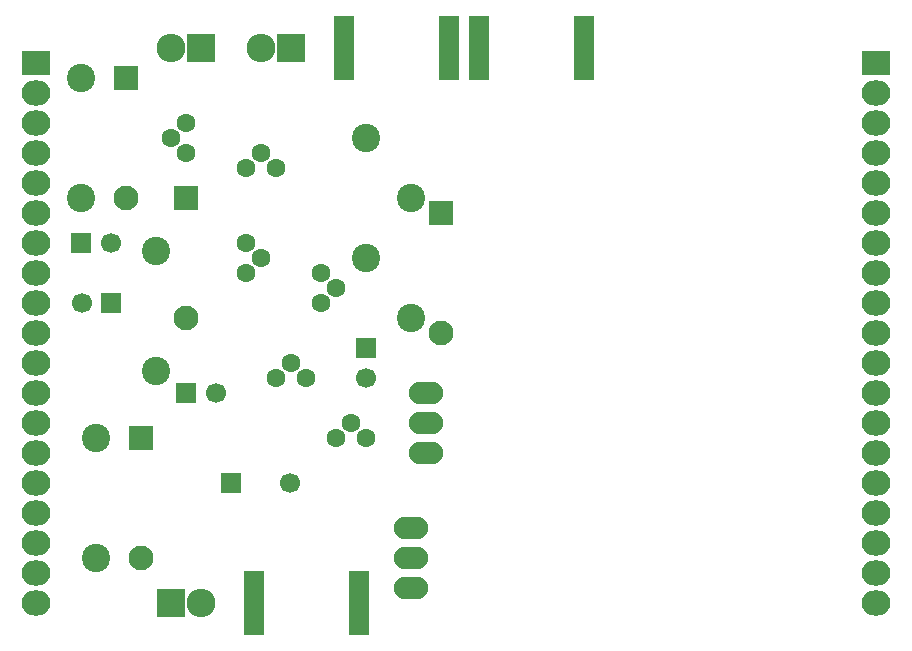
<source format=gbr>
G04 #@! TF.FileFunction,Soldermask,Bot*
%FSLAX46Y46*%
G04 Gerber Fmt 4.6, Leading zero omitted, Abs format (unit mm)*
G04 Created by KiCad (PCBNEW 4.0.3+e1-6302~38~ubuntu16.04.1-stable) date Thu Aug 25 17:19:13 2016*
%MOMM*%
%LPD*%
G01*
G04 APERTURE LIST*
%ADD10C,0.100000*%
%ADD11R,1.700000X1.700000*%
%ADD12C,1.700000*%
%ADD13C,2.099260*%
%ADD14R,2.099260X2.099260*%
%ADD15R,2.432000X2.432000*%
%ADD16O,2.432000X2.432000*%
%ADD17C,1.600000*%
%ADD18O,2.899360X1.901140*%
%ADD19C,2.398980*%
%ADD20R,1.670000X5.480000*%
%ADD21R,2.432000X2.127200*%
%ADD22O,2.432000X2.127200*%
G04 APERTURE END LIST*
D10*
D11*
X48260000Y-101600000D03*
D12*
X45760000Y-101600000D03*
D11*
X54610000Y-109220000D03*
D12*
X57110000Y-109220000D03*
D11*
X58420000Y-116840000D03*
D12*
X63420000Y-116840000D03*
D11*
X69850000Y-105410000D03*
D12*
X69850000Y-107910000D03*
D11*
X45720000Y-96520000D03*
D12*
X48220000Y-96520000D03*
D13*
X54612540Y-102870520D03*
D14*
X54612540Y-92710520D03*
D13*
X49532540Y-92710520D03*
D14*
X49532540Y-82550520D03*
D15*
X53340000Y-127000000D03*
D16*
X55880000Y-127000000D03*
D15*
X55880000Y-80010000D03*
D16*
X53340000Y-80010000D03*
D17*
X59690000Y-99060000D03*
X60960000Y-97790000D03*
X59690000Y-96520000D03*
X54610000Y-86360000D03*
X53340000Y-87630000D03*
X54610000Y-88900000D03*
X62230000Y-90170000D03*
X60960000Y-88900000D03*
X59690000Y-90170000D03*
X69850000Y-113030000D03*
X68580000Y-111760000D03*
X67310000Y-113030000D03*
X66040000Y-101600000D03*
X67310000Y-100330000D03*
X66040000Y-99060000D03*
X64770000Y-107950000D03*
X63500000Y-106680000D03*
X62230000Y-107950000D03*
D18*
X74930000Y-111760000D03*
X74930000Y-114300000D03*
X74930000Y-109220000D03*
X73660000Y-123190000D03*
X73660000Y-120650000D03*
X73660000Y-125730000D03*
D19*
X45720000Y-82550000D03*
X45720000Y-92710000D03*
X52070000Y-107315000D03*
X52070000Y-97155000D03*
X46990000Y-113030000D03*
X46990000Y-123190000D03*
X73660000Y-92710000D03*
X73660000Y-102870000D03*
X69850000Y-87630000D03*
X69850000Y-97790000D03*
D13*
X76202540Y-104140520D03*
D14*
X76202540Y-93980520D03*
D13*
X50802540Y-123190520D03*
D14*
X50802540Y-113030520D03*
D15*
X63500000Y-80010000D03*
D16*
X60960000Y-80010000D03*
D20*
X76835000Y-80010000D03*
X67945000Y-80010000D03*
X60325000Y-127000000D03*
X69215000Y-127000000D03*
X88265000Y-80010000D03*
X79375000Y-80010000D03*
D21*
X113030000Y-81280000D03*
D22*
X113030000Y-83820000D03*
X113030000Y-86360000D03*
X113030000Y-88900000D03*
X113030000Y-91440000D03*
X113030000Y-93980000D03*
X113030000Y-96520000D03*
X113030000Y-99060000D03*
X113030000Y-101600000D03*
X113030000Y-104140000D03*
X113030000Y-106680000D03*
X113030000Y-109220000D03*
X113030000Y-111760000D03*
X113030000Y-114300000D03*
X113030000Y-116840000D03*
X113030000Y-119380000D03*
X113030000Y-121920000D03*
X113030000Y-124460000D03*
X113030000Y-127000000D03*
D21*
X41910000Y-81280000D03*
D22*
X41910000Y-83820000D03*
X41910000Y-86360000D03*
X41910000Y-88900000D03*
X41910000Y-91440000D03*
X41910000Y-93980000D03*
X41910000Y-96520000D03*
X41910000Y-99060000D03*
X41910000Y-101600000D03*
X41910000Y-104140000D03*
X41910000Y-106680000D03*
X41910000Y-109220000D03*
X41910000Y-111760000D03*
X41910000Y-114300000D03*
X41910000Y-116840000D03*
X41910000Y-119380000D03*
X41910000Y-121920000D03*
X41910000Y-124460000D03*
X41910000Y-127000000D03*
M02*

</source>
